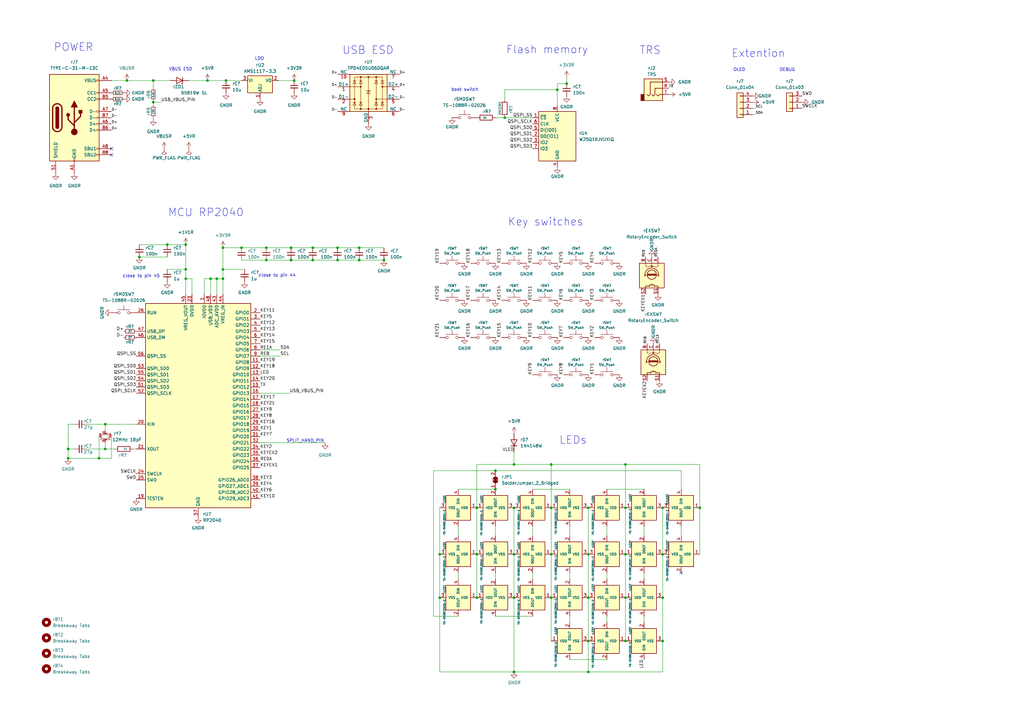
<source format=kicad_sch>
(kicad_sch (version 20231120) (generator "eeschema") (generator_version "8.0")
  (paper "A3")
  (title_block (title "Corne Right") (date "2023-10-07") (rev "4.0.0") (company "foostan"))
  (junction (at 27.94 184.15))
  (junction (at 228.6 36.83))
  (junction (at 180.34 245.11))
  (junction (at 226.06 227.33))
  (junction (at 210.82 245.11))
  (junction (at 91.44 114.3))
  (junction (at 241.3 227.33))
  (junction (at 256.54 227.33))
  (junction (at 128.27 101.6))
  (junction (at 40.64 187.96))
  (junction (at 195.58 208.28))
  (junction (at 43.18 184.15))
  (junction (at 226.06 245.11))
  (junction (at 271.78 262.89))
  (junction (at 232.41 34.29))
  (junction (at 271.78 245.11))
  (junction (at 256.54 262.89))
  (junction (at 157.48 106.68))
  (junction (at 91.44 110.49))
  (junction (at 76.2 100.33))
  (junction (at 241.3 245.11))
  (junction (at 92.71 33.02))
  (junction (at 52.07 33.02))
  (junction (at 210.82 190.5))
  (junction (at 57.15 105.41))
  (junction (at 27.94 187.96))
  (junction (at 99.06 101.6))
  (junction (at 88.9 114.3))
  (junction (at 138.43 106.68))
  (junction (at 271.78 208.28))
  (junction (at 109.22 101.6))
  (junction (at 120.65 33.02))
  (junction (at 226.06 190.5))
  (junction (at 210.82 227.33))
  (junction (at 203.2 193.04))
  (junction (at 62.865 33.02))
  (junction (at 203.2 200.66))
  (junction (at 241.3 208.28))
  (junction (at 128.27 106.68))
  (junction (at 207.01 48.26))
  (junction (at 256.54 208.28))
  (junction (at 119.38 106.68))
  (junction (at 86.36 114.3))
  (junction (at 109.22 106.68))
  (junction (at 68.58 100.33))
  (junction (at 256.54 190.5))
  (junction (at 76.2 114.3))
  (junction (at 91.44 101.6))
  (junction (at 287.02 208.28))
  (junction (at 241.3 262.89))
  (junction (at 85.09 33.02))
  (junction (at 256.54 245.11))
  (junction (at 210.82 275.59))
  (junction (at 226.06 208.28))
  (junction (at 241.3 275.59))
  (junction (at 119.38 101.6))
  (junction (at 147.32 101.6))
  (junction (at 62.865 41.91))
  (junction (at 43.18 173.99))
  (junction (at 195.58 245.11))
  (junction (at 180.34 227.33))
  (junction (at 147.32 106.68))
  (junction (at 195.58 227.33))
  (junction (at 210.82 208.28))
  (junction (at 271.78 227.33))
  (junction (at 76.2 110.49))
  (junction (at 138.43 101.6))
  (no_connect (at 45.72 63.5))
  (no_connect (at 279.4 234.95))
  (no_connect (at 45.72 60.96))
  (wire (pts (xy 91.44 101.6) (xy 99.06 101.6)))
  (wire (pts (xy 241.3 208.28) (xy 241.3 227.33)))
  (wire (pts (xy 232.41 31.75) (xy 232.41 34.29)))
  (wire (pts (xy 106.68 146.05) (xy 114.935 146.05)))
  (wire (pts (xy 138.43 101.6) (xy 147.32 101.6)))
  (wire (pts (xy 83.82 114.3) (xy 86.36 114.3)))
  (wire (pts (xy 62.865 33.02) (xy 69.85 33.02)))
  (wire (pts (xy 62.865 41.275) (xy 62.865 41.91)))
  (wire (pts (xy 85.09 33.02) (xy 92.71 33.02)))
  (wire (pts (xy 210.82 227.33) (xy 210.82 245.11)))
  (wire (pts (xy 27.94 187.96) (xy 40.64 187.96)))
  (wire (pts (xy 241.3 262.89) (xy 241.3 275.59)))
  (wire (pts (xy 210.82 190.5) (xy 195.58 190.5)))
  (wire (pts (xy 180.34 245.11) (xy 180.34 275.59)))
  (wire (pts (xy 27.94 173.99) (xy 27.94 184.15)))
  (wire (pts (xy 147.32 106.68) (xy 157.48 106.68)))
  (wire (pts (xy 138.43 106.68) (xy 147.32 106.68)))
  (wire (pts (xy 256.54 227.33) (xy 256.54 245.11)))
  (wire (pts (xy 30.48 173.99) (xy 27.94 173.99)))
  (wire (pts (xy 226.06 245.11) (xy 226.06 262.89)))
  (wire (pts (xy 264.16 234.95) (xy 264.16 237.49)))
  (wire (pts (xy 106.68 181.61) (xy 133.35 181.61)))
  (wire (pts (xy 177.8 193.04) (xy 203.2 193.04)))
  (wire (pts (xy 114.3 33.02) (xy 120.65 33.02)))
  (wire (pts (xy 271.78 275.59) (xy 241.3 275.59)))
  (wire (pts (xy 43.18 184.15) (xy 43.18 181.61)))
  (wire (pts (xy 86.36 114.3) (xy 86.36 120.65)))
  (wire (pts (xy 233.68 252.73) (xy 233.68 255.27)))
  (wire (pts (xy 248.92 215.9) (xy 248.92 219.71)))
  (wire (pts (xy 180.34 208.28) (xy 180.34 227.33)))
  (wire (pts (xy 119.38 101.6) (xy 128.27 101.6)))
  (wire (pts (xy 218.44 234.95) (xy 218.44 237.49)))
  (wire (pts (xy 109.22 106.68) (xy 119.38 106.68)))
  (wire (pts (xy 68.58 110.49) (xy 76.2 110.49)))
  (wire (pts (xy 35.56 184.15) (xy 43.18 184.15)))
  (wire (pts (xy 76.2 110.49) (xy 76.2 114.3)))
  (wire (pts (xy 210.82 275.59) (xy 241.3 275.59)))
  (wire (pts (xy 91.44 114.3) (xy 88.9 114.3)))
  (wire (pts (xy 76.2 100.33) (xy 76.2 110.49)))
  (wire (pts (xy 271.78 245.11) (xy 271.78 262.89)))
  (wire (pts (xy 91.44 120.65) (xy 91.44 114.3)))
  (wire (pts (xy 228.6 36.83) (xy 207.01 36.83)))
  (wire (pts (xy 91.44 101.6) (xy 91.44 110.49)))
  (wire (pts (xy 62.865 36.195) (xy 62.865 33.02)))
  (wire (pts (xy 279.4 193.04) (xy 279.4 200.66)))
  (wire (pts (xy 43.18 176.53) (xy 43.18 173.99)))
  (wire (pts (xy 99.06 106.68) (xy 109.22 106.68)))
  (wire (pts (xy 233.68 237.49) (xy 233.68 234.95)))
  (wire (pts (xy 233.68 200.66) (xy 218.44 200.66)))
  (wire (pts (xy 256.54 245.11) (xy 256.54 262.89)))
  (wire (pts (xy 309.88 46.99) (xy 308.61 46.99)))
  (wire (pts (xy 27.94 184.15) (xy 30.48 184.15)))
  (wire (pts (xy 287.02 208.28) (xy 287.02 227.33)))
  (wire (pts (xy 241.3 227.33) (xy 241.3 245.11)))
  (wire (pts (xy 195.58 190.5) (xy 195.58 208.28)))
  (wire (pts (xy 45.72 187.96) (xy 40.64 187.96)))
  (wire (pts (xy 207.01 48.26) (xy 218.44 48.26)))
  (wire (pts (xy 203.2 252.73) (xy 218.44 252.73)))
  (wire (pts (xy 233.68 219.71) (xy 233.68 215.9)))
  (wire (pts (xy 177.8 193.04) (xy 177.8 252.73)))
  (wire (pts (xy 218.44 219.71) (xy 218.44 215.9)))
  (wire (pts (xy 264.16 215.9) (xy 264.16 219.71)))
  (wire (pts (xy 40.64 179.07) (xy 40.64 187.96)))
  (wire (pts (xy 62.865 48.26) (xy 62.865 48.895)))
  (wire (pts (xy 86.36 114.3) (xy 88.9 114.3)))
  (wire (pts (xy 195.58 227.33) (xy 195.58 245.11)))
  (wire (pts (xy 271.78 208.28) (xy 271.78 227.33)))
  (wire (pts (xy 106.68 143.51) (xy 114.935 143.51)))
  (wire (pts (xy 57.15 105.41) (xy 68.58 105.41)))
  (wire (pts (xy 119.38 106.68) (xy 128.27 106.68)))
  (wire (pts (xy 68.58 100.33) (xy 76.2 100.33)))
  (wire (pts (xy 147.32 101.6) (xy 157.48 101.6)))
  (wire (pts (xy 91.44 110.49) (xy 91.44 114.3)))
  (wire (pts (xy 83.82 114.3) (xy 83.82 120.65)))
  (wire (pts (xy 43.18 173.99) (xy 55.88 173.99)))
  (wire (pts (xy 180.34 227.33) (xy 180.34 245.11)))
  (wire (pts (xy 210.82 208.28) (xy 210.82 227.33)))
  (wire (pts (xy 88.9 114.3) (xy 88.9 120.65)))
  (wire (pts (xy 309.88 44.45) (xy 308.61 44.45)))
  (wire (pts (xy 279.4 215.9) (xy 279.4 219.71)))
  (wire (pts (xy 54.61 184.15) (xy 55.88 184.15)))
  (wire (pts (xy 45.72 33.02) (xy 52.07 33.02)))
  (wire (pts (xy 256.54 190.5) (xy 287.02 190.5)))
  (wire (pts (xy 256.54 190.5) (xy 256.54 208.28)))
  (wire (pts (xy 128.27 101.6) (xy 138.43 101.6)))
  (wire (pts (xy 76.2 120.65) (xy 76.2 114.3)))
  (wire (pts (xy 66.04 41.91) (xy 62.865 41.91)))
  (wire (pts (xy 203.2 237.49) (xy 203.2 234.95)))
  (wire (pts (xy 45.72 179.07) (xy 45.72 187.96)))
  (wire (pts (xy 203.2 219.71) (xy 203.2 215.9)))
  (wire (pts (xy 203.2 193.04) (xy 279.4 193.04)))
  (wire (pts (xy 91.44 110.49) (xy 100.33 110.49)))
  (wire (pts (xy 241.3 245.11) (xy 241.3 262.89)))
  (wire (pts (xy 52.07 33.02) (xy 62.865 33.02)))
  (wire (pts (xy 271.78 262.89) (xy 271.78 275.59)))
  (wire (pts (xy 109.22 101.6) (xy 119.38 101.6)))
  (wire (pts (xy 256.54 208.28) (xy 256.54 227.33)))
  (wire (pts (xy 228.6 36.83) (xy 228.6 43.18)))
  (wire (pts (xy 248.92 270.51) (xy 233.68 270.51)))
  (wire (pts (xy 187.96 234.95) (xy 187.96 237.49)))
  (wire (pts (xy 287.02 190.5) (xy 287.02 208.28)))
  (wire (pts (xy 203.2 48.26) (xy 207.01 48.26)))
  (wire (pts (xy 210.82 190.5) (xy 226.06 190.5)))
  (wire (pts (xy 128.27 106.68) (xy 138.43 106.68)))
  (wire (pts (xy 195.58 208.28) (xy 195.58 227.33)))
  (wire (pts (xy 35.56 173.99) (xy 43.18 173.99)))
  (wire (pts (xy 228.6 34.29) (xy 232.41 34.29)))
  (wire (pts (xy 248.92 234.95) (xy 248.92 237.49)))
  (wire (pts (xy 203.2 200.66) (xy 187.96 200.66)))
  (wire (pts (xy 78.74 114.3) (xy 76.2 114.3)))
  (wire (pts (xy 92.71 33.02) (xy 99.06 33.02)))
  (wire (pts (xy 228.6 34.29) (xy 228.6 36.83)))
  (wire (pts (xy 271.78 227.33) (xy 271.78 245.11)))
  (wire (pts (xy 248.92 200.66) (xy 264.16 200.66)))
  (wire (pts (xy 226.06 208.28) (xy 226.06 227.33)))
  (wire (pts (xy 226.06 190.5) (xy 226.06 208.28)))
  (wire (pts (xy 210.82 185.42) (xy 210.82 190.5)))
  (wire (pts (xy 207.01 36.83) (xy 207.01 40.64)))
  (wire (pts (xy 106.68 161.29) (xy 118.745 161.29)))
  (wire (pts (xy 62.865 41.91) (xy 62.865 43.18)))
  (wire (pts (xy 99.06 101.6) (xy 109.22 101.6)))
  (wire (pts (xy 226.06 190.5) (xy 256.54 190.5)))
  (wire (pts (xy 43.18 184.15) (xy 46.99 184.15)))
  (wire (pts (xy 27.94 184.15) (xy 27.94 187.96)))
  (wire (pts (xy 57.15 100.33) (xy 68.58 100.33)))
  (wire (pts (xy 78.74 120.65) (xy 78.74 114.3)))
  (wire (pts (xy 226.06 227.33) (xy 226.06 245.11)))
  (wire (pts (xy 77.47 33.02) (xy 85.09 33.02)))
  (wire (pts (xy 180.34 275.59) (xy 210.82 275.59)))
  (wire (pts (xy 187.96 215.9) (xy 187.96 219.71)))
  (wire (pts (xy 187.96 252.73) (xy 177.8 252.73)))
  (wire (pts (xy 264.16 252.73) (xy 264.16 255.27)))
  (wire (pts (xy 210.82 245.11) (xy 210.82 275.59)))
  (wire (pts (xy 248.92 252.73) (xy 248.92 255.27)))
  (text "USB ESD" (at 140.335 22.606 0) (effects (font (size 3.175 3.175)) (justify left bottom)))
  (text "TRS" (at 262.255 22.606 0) (effects (font (size 3.175 3.175)) (justify left bottom)))
  (text "Flash memory" (at 207.518 22.352 0) (effects (font (size 3.175 3.175)) (justify left bottom)))
  (text "MCU RP2040" (at 68.834 89.154 0) (effects (font (size 3.175 3.175)) (justify left bottom)))
  (text "DEBUG" (at 319.659 29.464 0) (effects (font (size 1.27 1.27)) (justify left bottom)))
  (text "POWER\n" (at 21.971 21.336 0) (effects (font (size 3.175 3.175)) (justify left bottom)))
  (text "boot switch" (at 185.039 37.592 0) (effects (font (size 1.27 1.27)) (justify left bottom)))
  (text "LDO" (at 104.521 24.892 0) (effects (font (size 1.27 1.27)) (justify left bottom)))
  (text "Key switches" (at 208.28 92.964 0) (effects (font (size 3.175 3.175)) (justify left bottom)))
  (text "LEDs" (at 229.362 182.499 0) (effects (font (size 3.175 3.175)) (justify left bottom)))
  (text "Extention" (at 299.974 23.876 0) (effects (font (size 3.175 3.175)) (justify left bottom)))
  (text "VBUS ESD" (at 69.215 29.21 0) (effects (font (size 1.27 1.27)) (justify left bottom)))
  (text "OLED" (at 300.736 29.464 0) (effects (font (size 1.27 1.27)) (justify left bottom)))
  (text "close to pin 45" (at 50.292 114.046 0) (effects (font (size 1.27 1.27)) (justify left bottom)))
  (text "close to pin 44" (at 106.045 113.792 0) (effects (font (size 1.27 1.27)) (justify left bottom)))
  (text "SPLIT_HAND_PIN" (at 117.475 181.61 0) (effects (font (size 1.27 1.27)) (justify left bottom)))
  (label "QSPI_SCLK" (at 55.88 161.29 180))
  (label "KEYEX2" (at 265.43 156.21 270))
  (label "SWCLK" (at 55.88 194.31 180))
  (label "TX" (at 106.68 158.75 0))
  (label "SCL" (at 309.88 44.45 0) (effects (font (size 1 1))))
  (label "RE0A" (at 269.875 105.41 90) (effects (font (size 1 1))))
  (label "KEY8" (at 106.68 171.45 0))
  (label "D+" (at 163.83 35.56 0) (effects (font (size 1 1))))
  (label "KEY19" (at 180.34 107.95 90))
  (label "VLED" (at 210.82 185.42 180))
  (label "D-" (at 45.72 45.72 0) (effects (font (size 1 1))))
  (label "KEY18" (at 106.68 151.13 0))
  (label "KEY4" (at 243.84 107.95 90))
  (label "KEY6" (at 231.14 123.19 90))
  (label "RE0A" (at 106.68 189.23 0))
  (label "D-" (at 163.83 40.64 0) (effects (font (size 1 1))))
  (label "KEY14" (at 205.74 123.19 90))
  (label "KEY12" (at 218.44 107.95 90))
  (label "KEY20" (at 180.34 123.19 90))
  (label "QSPI_SD3" (at 55.88 158.75 180))
  (label "QSPI_SCLK" (at 218.44 50.8 180))
  (label "KEY16" (at 106.68 173.99 0))
  (label "QSPI_SD1" (at 218.44 55.88 180))
  (label "KEY3" (at 243.84 123.19 90))
  (label "KEY2" (at 243.84 138.43 90))
  (label "D-" (at 45.72 48.26 0) (effects (font (size 1 1))))
  (label "KEY16" (at 193.04 138.43 90))
  (label "KEY15" (at 205.74 138.43 90))
  (label "SWD" (at 55.88 196.85 180))
  (label "KEY11" (at 218.44 123.19 90))
  (label "SDA" (at 114.935 143.51 0))
  (label "KEY9" (at 106.68 168.91 0))
  (label "KEY18" (at 193.04 107.95 90))
  (label "USB_VBUS_PIN" (at 66.04 41.91 0))
  (label "D+" (at 138.43 35.56 180) (effects (font (size 1 1))))
  (label "D-" (at 163.83 45.72 0) (effects (font (size 1 1))))
  (label "QSPI_SD2" (at 218.44 58.42 180))
  (label "KEY17" (at 193.04 123.19 90))
  (label "QSPI_SD2" (at 55.88 156.21 180))
  (label "KEY13" (at 205.74 107.95 90))
  (label "KEY7" (at 106.68 179.07 0))
  (label "D+" (at 45.72 50.8 0) (effects (font (size 1 1))))
  (label "KEY10" (at 218.44 138.43 90))
  (label "KEY9" (at 218.44 153.67 90))
  (label "QSPI_SS" (at 218.44 48.26 180))
  (label "KEY5" (at 106.68 130.81 0))
  (label "REB" (at 106.68 146.05 0))
  (label "KEY1" (at 243.84 153.67 90))
  (label "SCL" (at 114.935 146.05 0))
  (label "KEY19" (at 106.68 148.59 0))
  (label "KEYEX1" (at 264.795 120.65 270))
  (label "KEY2" (at 106.68 184.15 0))
  (label "KEY12" (at 106.68 133.35 0))
  (label "QSPI_SS" (at 55.88 146.05 180))
  (label "KEY7" (at 231.14 138.43 90))
  (label "KEY4" (at 106.68 199.39 0))
  (label "QSPI_SD0" (at 218.44 53.34 180))
  (label "KEY15" (at 106.68 140.97 0))
  (label "KEY20" (at 106.68 156.21 0))
  (label "D-" (at 50.8 138.43 180))
  (label "SWD" (at 328.93 39.37 0))
  (label "KEY21" (at 180.34 138.43 90))
  (label "REB" (at 265.43 140.97 90) (effects (font (size 1 1))))
  (label "KEY17" (at 106.68 163.83 0))
  (label "RE1A" (at 270.51 140.97 90) (effects (font (size 1 1))))
  (label "KEY14" (at 106.68 138.43 0))
  (label "D+" (at 163.83 30.48 0) (effects (font (size 1 1))))
  (label "KEY1" (at 106.68 176.53 0))
  (label "LED" (at 264.16 270.51 270))
  (label "KEYEX2" (at 106.68 186.69 0))
  (label "REB" (at 264.795 105.41 90) (effects (font (size 1 1))))
  (label "KEY21" (at 106.68 166.37 0))
  (label "D-" (at 138.43 45.72 180) (effects (font (size 1 1))))
  (label "SWCLK" (at 328.93 44.45 0))
  (label "SDA" (at 309.88 46.99 0) (effects (font (size 1 1))))
  (label "KEYEX1" (at 106.68 191.77 0))
  (label "QSPI_SD3" (at 218.44 60.96 180))
  (label "D+" (at 138.43 30.48 180) (effects (font (size 1 1))))
  (label "D+" (at 50.8 135.89 180))
  (label "KEY13" (at 106.68 135.89 0))
  (label "USB_VBUS_PIN" (at 118.745 161.29 0))
  (label "KEY3" (at 106.68 196.85 0))
  (label "D+" (at 45.72 53.34 0) (effects (font (size 1 1))))
  (label "KEY11" (at 106.68 128.27 0))
  (label "KEY5" (at 231.14 107.95 90))
  (label "D-" (at 138.43 40.64 180) (effects (font (size 1 1))))
  (label "KEY10" (at 106.68 204.47 0))
  (label "KEY6" (at 106.68 201.93 0))
  (label "QSPI_SD0" (at 55.88 151.13 180))
  (label "TX" (at 274.32 36.195 0) (effects (font (size 1 1))))
  (label "RE1A" (at 106.68 143.51 0))
  (label "LED" (at 106.68 153.67 0))
  (label "KEY8" (at 231.14 153.67 90))
  (label "QSPI_SD1" (at 55.88 153.67 180))
  (symbol (lib_id "kbd:GNDR") (at 328.93 41.91 90) (unit 1)
    (property "Reference" "#PWR?" (effects (hide yes)))
    (property "Value" "GNDR" (at 332.74 41.91 90) (effects (justify right)))
  )
  (symbol (lib_id "kbd_local:YS-SK6812MINI-E") (at 233.68 245.11 90) (unit 1)
    (property "Reference" "rLED?" (at 227.965 243.205 0) (effects (font (size 0.7366 0.7366)) (justify left)))
    (property "Value" "YS-SK6812MINI-E" (at 227.965 255.905 0) (effects (font (size 0.7366 0.7366)) (justify left)))
    (property "Footprint" "kbd_local:YS-SK6812MINI-E" (effects (hide yes)))
    (property "LCSC Part #" "C5149201" (effects (hide yes)))
  )
  (symbol (lib_id "Device:C_Small") (at 33.02 184.15 270) (unit 1)
    (property "Reference" "rC?" (at 34.29 182.88 90) (effects (justify left)))
    (property "Value" "27p" (at 34.29 185.42 90) (effects (justify left)))
    (property "Footprint" "Capacitor_SMD:C_0201_0603Metric" (effects (hide yes)))
    (property "LCSC Part #" "C85899" (effects (hide yes)))
  )
  (symbol (lib_id "kbd:+3V3R") (at 120.65 33.02 0) (unit 1)
    (property "Reference" "#PWR070" (effects (hide yes)))
    (property "Value" "+3V3R" (at 120.65 27.94 0))
  )
  (symbol (lib_id "kbd:GNDR") (at 241.3 123.19 0) (unit 1)
    (property "Reference" "#PWR?" (effects (hide yes)))
    (property "Value" "GNDR" (at 241.3 127.635 0))
  )
  (symbol (lib_id "Switch:SW_Push") (at 236.22 123.19 0) (unit 1)
    (property "Reference" "rSW?" (at 236.22 117.094 0) (effects (font (size 1 1))))
    (property "Value" "SW_Push" (at 236.22 119.126 0) (effects (font (size 1 1))))
    (property "Footprint" "kbd_local:keyswitch_cherrymx_hotswap_1u" (effects (hide yes)))
  )
  (symbol (lib_name "SW_Push_1") (lib_id "Switch:SW_Push") (at 248.92 107.95 0) (unit 1)
    (property "Reference" "rSW?" (at 248.92 101.854 0) (effects (font (size 1 1))))
    (property "Value" "SW_Push" (at 248.92 103.886 0) (effects (font (size 1 1))))
    (property "Footprint" "kbd_local:keyswitch_cherrymx_hotswap_1u" (effects (hide yes)))
  )
  (symbol (lib_id "kbd:GNDR") (at 215.9 107.95 0) (unit 1)
    (property "Reference" "#PWR?" (effects (hide yes)))
    (property "Value" "GNDR" (at 215.9 112.395 0))
  )
  (symbol (lib_id "kbd:GNDR") (at 241.3 153.67 0) (unit 1)
    (property "Reference" "#PWR?" (effects (hide yes)))
    (property "Value" "GNDR" (at 241.3 158.115 0))
  )
  (symbol (lib_id "kbd_local:YS-SK6812MINI-E") (at 248.92 208.28 270) (unit 1)
    (property "Reference" "rLED?" (at 243.205 203.2 0) (effects (font (size 0.7366 0.7366)) (justify left)))
    (property "Value" "YS-SK6812MINI-E" (at 243.205 208.915 0) (effects (font (size 0.7366 0.7366)) (justify left)))
    (property "Footprint" "kbd_local:YS-SK6812MINI-E" (effects (hide yes)))
    (property "LCSC Part #" "C5149201" (effects (hide yes)))
  )
  (symbol (lib_id "kbd_local:VBUSR") (at 67.31 60.96 0) (unit 1)
    (property "Reference" "#PWR065" (effects (hide yes)))
    (property "Value" "VBUSR" (at 67.31 55.88 0))
  )
  (symbol (lib_id "kbd:GNDR") (at 267.97 140.97 180) (unit 1)
    (property "Reference" "#PWR?" (effects (hide yes)))
    (property "Value" "GNDR" (at 267.97 135.89 90))
  )
  (symbol (lib_id "kbd:GNDR") (at 215.9 123.19 0) (unit 1)
    (property "Reference" "#PWR?" (effects (hide yes)))
    (property "Value" "GNDR" (at 215.9 127.635 0))
  )
  (symbol (lib_id "Connector:USB_C_Receptacle_USB2.0") (at 30.48 48.26 0) (unit 1)
    (property "Reference" "rJ?" (at 30.48 25.4 0))
    (property "Value" "TYPE-C-31-M-13C" (at 30.48 27.94 0))
    (property "Footprint" "kbd_local:TYPE-C-31-M-13C" (effects (hide yes)))
    (property "Datasheet" "https://www.usb.org/sites/default/files/documents/usb_type-c.zip" (effects (hide yes)))
    (property "LCSC Part #" "C2848620" (effects (hide yes)))
  )
  (symbol (lib_id "kbd:GNDR") (at 22.86 71.12 0) (unit 1)
    (property "Reference" "#PWR?" (effects (hide yes)))
    (property "Value" "GNDR" (at 22.86 76.2 0))
  )
  (symbol (lib_id "kbd:GNDR") (at 81.28 212.09 0) (unit 1)
    (property "Reference" "#PWR?" (effects (hide yes)))
    (property "Value" "GNDR" (at 81.28 216.535 0))
  )
  (symbol (lib_id "Device:RotaryEncoder_Switch") (at 267.97 148.59 270) (unit 1)
    (property "Reference" "rEXSW?" (at 267.97 128.905 90))
    (property "Value" "RotaryEncoder_Switch" (at 267.97 131.445 90))
    (property "Footprint" "kbd_local:keyswitch_cherrymx_hotswap_1u_rotary_encoder_ec12" (effects (hide yes)))
  )
  (symbol (lib_id "kbd:GNDR") (at 50.8 40.64 90) (unit 1)
    (property "Reference" "#PWR?" (effects (hide yes)))
    (property "Value" "GNDR" (at 53.975 40.64 90) (effects (justify right)))
  )
  (symbol (lib_id "Switch:SW_Push") (at 236.22 107.95 0) (unit 1)
    (property "Reference" "rSW?" (at 236.22 101.854 0) (effects (font (size 1 1))))
    (property "Value" "SW_Push" (at 236.22 103.886 0) (effects (font (size 1 1))))
    (property "Footprint" "kbd_local:keyswitch_cherrymx_hotswap_1u" (effects (hide yes)))
  )
  (symbol (lib_id "kbd:GNDR") (at 190.5 107.95 0) (unit 1)
    (property "Reference" "#PWR?" (effects (hide yes)))
    (property "Value" "GNDR" (at 190.5 112.395 0))
  )
  (symbol (lib_id "kbd_local:YS-SK6812MINI-E") (at 203.2 208.28 90) (unit 1)
    (property "Reference" "rLED?" (at 197.485 206.375 0) (effects (font (size 0.7366 0.7366)) (justify left)))
    (property "Value" "YS-SK6812MINI-E" (at 197.485 219.71 0) (effects (font (size 0.7366 0.7366)) (justify left)))
    (property "Footprint" "kbd_local:YS-SK6812MINI-E" (effects (hide yes)))
    (property "LCSC Part #" "C5149201" (effects (hide yes)))
  )
  (symbol (lib_id "Switch:SW_Push") (at 198.12 138.43 0) (unit 1)
    (property "Reference" "rSW?" (at 198.12 132.334 0) (effects (font (size 1 1))))
    (property "Value" "SW_Push" (at 198.12 134.366 0) (effects (font (size 1 1))))
    (property "Footprint" "kbd_local:keyswitch_cherrymx_hotswap_1u" (effects (hide yes)))
  )
  (symbol (lib_id "kbd:+5VR") (at 210.82 177.8 0) (unit 1)
    (property "Reference" "#PWR069" (effects (hide yes)))
    (property "Value" "+5VR" (at 210.82 172.72 0))
  )
  (symbol (lib_id "kbd_local:YS-SK6812MINI-E") (at 233.68 227.33 90) (unit 1)
    (property "Reference" "rLED?" (at 227.965 225.425 0) (effects (font (size 0.7366 0.7366)) (justify left)))
    (property "Value" "YS-SK6812MINI-E" (at 227.965 238.125 0) (effects (font (size 0.7366 0.7366)) (justify left)))
    (property "Footprint" "kbd_local:YS-SK6812MINI-E" (effects (hide yes)))
    (property "LCSC Part #" "C5149201" (effects (hide yes)))
  )
  (symbol (lib_id "kbd:GNDR") (at 254 138.43 0) (unit 1)
    (property "Reference" "#PWR?" (effects (hide yes)))
    (property "Value" "GNDR" (at 254 142.875 0))
  )
  (symbol (lib_id "kbd:GNDR") (at 151.13 50.8 0) (unit 1)
    (property "Reference" "#PWR?" (effects (hide yes)))
    (property "Value" "GNDR" (at 151.13 55.88 0))
  )
  (symbol (lib_id "kbd:GNDR") (at 269.875 120.65 0) (unit 1)
    (property "Reference" "#PWR?" (effects (hide yes)))
    (property "Value" "GNDR" (at 269.875 125.095 0))
  )
  (symbol (lib_id "Switch:SW_Push") (at 210.82 138.43 0) (unit 1)
    (property "Reference" "rSW?" (at 210.82 132.334 0) (effects (font (size 1 1))))
    (property "Value" "SW_Push" (at 210.82 134.366 0) (effects (font (size 1 1))))
    (property "Footprint" "kbd_local:keyswitch_cherrymx_hotswap_1u" (effects (hide yes)))
  )
  (symbol (lib_id "Device:R_Small") (at 48.26 40.64 270) (unit 1)
    (property "Reference" "rR?" (at 48.26 42.545 90))
    (property "Value" "5.1k" (at 48.26 40.64 90) (effects (font (size 0.762 0.762))))
    (property "Footprint" "Resistor_SMD:R_0201_0603Metric" (effects (hide yes)))
    (property "LCSC Part #" "C270344" (effects (hide yes)))
  )
  (symbol (lib_id "Diode:1N4148WT") (at 210.82 181.61 90) (unit 1)
    (property "Reference" "rD?" (at 213.36 180.34 90) (effects (justify right)))
    (property "Value" "1N4148W" (at 213.36 182.88 90) (effects (justify right)))
    (property "Footprint" "Diode_SMD:D_SOD-323" (effects (hide yes)))
    (property "Datasheet" "https://www.diodes.com/assets/Datasheets/ds30396.pdf" (effects (hide yes)))
    (property "JLCPCB Part #" "C2128" (effects (hide yes)))
  )
  (symbol (lib_id "kbd:+3V3R") (at 232.41 31.75 0) (unit 1)
    (property "Reference" "#PWR071" (effects (hide yes)))
    (property "Value" "+3V3R" (at 232.41 26.67 0))
  )
  (symbol (lib_id "Device:Crystal_GND24_Small") (at 43.18 179.07 270) (unit 1)
    (property "Reference" "rY?" (at 48.26 177.8 90))
    (property "Value" "12MHz 18pF" (at 52.07 180.34 90))
    (property "Footprint" "Crystal:Crystal_SMD_3225-4Pin_3.2x2.5mm" (effects (hide yes)))
    (property "Description" "12MHz 18pF ±20ppm SMD3225-4P Crystals ROHS" (effects (hide yes)))
    (property "MFR.Part #" "Q22FA23V0041800" (effects (hide yes)))
    (property "JLCPCB Part #" "C91749" (effects (hide yes)))
  )
  (symbol (lib_id "kbd_local:YS-SK6812MINI-E") (at 248.92 245.11 270) (unit 1)
    (property "Reference" "rLED?" (at 243.205 239.395 0) (effects (font (size 0.7366 0.7366)) (justify left)))
    (property "Value" "YS-SK6812MINI-E" (at 243.205 245.745 0) (effects (font (size 0.7366 0.7366)) (justify left)))
    (property "Footprint" "kbd_local:YS-SK6812MINI-E" (effects (hide yes)))
    (property "LCSC Part #" "C5149201" (effects (hide yes)))
  )
  (symbol (lib_id "Switch:SW_Push") (at 248.92 153.67 0) (unit 1)
    (property "Reference" "rSW?" (at 248.92 147.574 0) (effects (font (size 1 1))))
    (property "Value" "SW_Push" (at 248.92 149.606 0) (effects (font (size 1 1))))
    (property "Footprint" "kbd_local:keyswitch_cherrymx_hotswap_1.5u" (effects (hide yes)))
  )
  (symbol (lib_id "kbd:GNDR") (at 215.9 138.43 0) (unit 1)
    (property "Reference" "#PWR?" (effects (hide yes)))
    (property "Value" "GNDR" (at 215.9 142.875 0))
  )
  (symbol (lib_id "kbd:GNDR") (at 185.42 48.26 0) (unit 1)
    (property "Reference" "#PWR?" (effects (hide yes)))
    (property "Value" "GNDR" (at 185.42 52.07 0))
  )
  (symbol (lib_id "Mechanical:MountingHole") (at 19.05 274.32 0) (unit 1) (in_bom no)
    (property "Reference" "rBT4" (at 21.59 273.05 0) (effects (justify left)))
    (property "Value" "Breakaway Tabs" (at 21.59 275.59 0) (effects (justify left)))
    (property "Footprint" "kbd_local:Breakaway_Tabs" (effects (hide yes)))
  )
  (symbol (lib_id "Device:C_Small") (at 57.15 102.87 0) (unit 1)
    (property "Reference" "rC?" (at 59.69 101.6 0) (effects (justify left)))
    (property "Value" "100n" (at 59.69 104.14 0) (effects (justify left)))
    (property "Footprint" "Capacitor_SMD:C_0201_0603Metric" (effects (hide yes)))
    (property "LCSC Part #" "C76939" (effects (hide yes)))
  )
  (symbol (lib_id "kbd_local:VBUSR") (at 52.07 33.02 0) (unit 1)
    (property "Reference" "#PWR066" (effects (hide yes)))
    (property "Value" "VBUSR" (at 52.07 27.94 0))
  )
  (symbol (lib_id "kbd_local:YS-SK6812MINI-E") (at 248.92 262.89 270) (unit 1)
    (property "Reference" "rLED?" (at 243.205 257.175 0) (effects (font (size 0.7366 0.7366)) (justify left)))
    (property "Value" "YS-SK6812MINI-E" (at 243.205 263.525 0) (effects (font (size 0.7366 0.7366)) (justify left)))
    (property "Footprint" "kbd_local:YS-SK6812MINI-E" (effects (hide yes)))
    (property "LCSC Part #" "C5149201" (effects (hide yes)))
  )
  (symbol (lib_id "kbd:GNDR") (at 55.88 204.47 0) (unit 1)
    (property "Reference" "#PWR?" (effects (hide yes)))
    (property "Value" "GNDR" (at 55.88 208.915 0))
  )
  (symbol (lib_id "Device:R_Small") (at 62.865 38.735 0) (unit 1)
    (property "Reference" "rR8" (at 60.96 38.735 90))
    (property "Value" "5.6k" (at 62.865 38.735 90) (effects (font (size 0.762 0.762))))
    (property "Footprint" "Resistor_SMD:R_0402_1005Metric" (effects (hide yes)))
    (property "LCSC Part #" "C25908" (effects (hide yes)))
  )
  (symbol (lib_id "Device:C_Small") (at 68.58 102.87 0) (unit 1)
    (property "Reference" "rC?" (at 71.12 101.6 0) (effects (justify left)))
    (property "Value" "100n" (at 71.12 104.14 0) (effects (justify left)))
    (property "Footprint" "Capacitor_SMD:C_0201_0603Metric" (effects (hide yes)))
    (property "LCSC Part #" "C76939" (effects (hide yes)))
  )
  (symbol (lib_id "kbd:GNDR") (at 241.3 138.43 0) (unit 1)
    (property "Reference" "#PWR?" (effects (hide yes)))
    (property "Value" "GNDR" (at 241.3 142.875 0))
  )
  (symbol (lib_id "kbd_local:YS-SK6812MINI-E") (at 233.68 208.28 90) (unit 1)
    (property "Reference" "rLED?" (at 227.965 206.375 0) (effects (font (size 0.7366 0.7366)) (justify left)))
    (property "Value" "YS-SK6812MINI-E" (at 227.965 219.075 0) (effects (font (size 0.7366 0.7366)) (justify left)))
    (property "Footprint" "kbd_local:YS-SK6812MINI-E" (effects (hide yes)))
    (property "LCSC Part #" "C5149201" (effects (hide yes)))
  )
  (symbol (lib_id "kbd_local:YS-SK6812MINI-E") (at 264.16 208.28 90) (unit 1)
    (property "Reference" "rLED?" (at 258.445 205.74 0) (effects (font (size 0.7366 0.7366)) (justify left)))
    (property "Value" "YS-SK6812MINI-E" (at 258.445 219.075 0) (effects (font (size 0.7366 0.7366)) (justify left)))
    (property "Footprint" "kbd_local:YS-SK6812MINI-E" (effects (hide yes)))
    (property "LCSC Part #" "C5149201" (effects (hide yes)))
  )
  (symbol (lib_id "kbd:GNDR") (at 254 123.19 0) (unit 1)
    (property "Reference" "#PWR?" (effects (hide yes)))
    (property "Value" "GNDR" (at 254 127.635 0))
  )
  (symbol (lib_id "Device:C_Small") (at 100.33 113.03 0) (unit 1)
    (property "Reference" "rC?" (at 102.87 111.76 0) (effects (justify left)))
    (property "Value" "1u" (at 102.87 114.3 0) (effects (justify left)))
    (property "Footprint" "Capacitor_SMD:C_0402_1005Metric" (effects (hide yes)))
    (property "LCSC Part #" "C52923" (effects (hide yes)))
  )
  (symbol (lib_id "Switch:SW_Push") (at 198.12 123.19 0) (unit 1)
    (property "Reference" "rSW?" (at 198.12 117.094 0) (effects (font (size 1 1))))
    (property "Value" "SW_Push" (at 198.12 119.126 0) (effects (font (size 1 1))))
    (property "Footprint" "kbd_local:keyswitch_cherrymx_hotswap_1u" (effects (hide yes)))
  )
  (symbol (lib_id "Device:C_Small") (at 128.27 104.14 0) (unit 1)
    (property "Reference" "rC?" (at 130.81 102.87 0) (effects (justify left)))
    (property "Value" "100n" (at 131.445 105.41 0) (effects (justify left)))
    (property "Footprint" "Capacitor_SMD:C_0201_0603Metric" (effects (hide yes)))
    (property "LCSC Part #" "C76939" (effects (hide yes)))
  )
  (symbol (lib_id "Switch:SW_Push") (at 185.42 138.43 0) (unit 1)
    (property "Reference" "rSW?" (at 185.42 132.334 0) (effects (font (size 1 1))))
    (property "Value" "SW_Push" (at 185.42 134.366 0) (effects (font (size 1 1))))
    (property "Footprint" "kbd_local:keyswitch_cherrymx_hotswap_1u" (effects (hide yes)))
  )
  (symbol (lib_id "kbd:GNDR") (at 57.15 105.41 0) (unit 1)
    (property "Reference" "#PWR?" (effects (hide yes)))
    (property "Value" "GNDR" (at 57.15 109.855 0))
  )
  (symbol (lib_id "kbd:GNDR") (at 106.68 40.64 0) (unit 1)
    (property "Reference" "#PWR?" (effects (hide yes)))
    (property "Value" "GNDR" (at 106.68 45.72 0))
  )
  (symbol (lib_id "kbd:GNDR") (at 210.82 275.59 0) (unit 1)
    (property "Reference" "#PWR?" (effects (hide yes)))
    (property "Value" "GNDR" (at 210.947 279.9842 0))
  )
  (symbol (lib_id "kbd:+1V1R") (at 76.2 100.33 0) (unit 1)
    (property "Reference" "#PWR073" (effects (hide yes)))
    (property "Value" "+1V1R" (at 76.2 95.25 0))
  )
  (symbol (lib_id "kbd:+5VR") (at 85.09 33.02 0) (unit 1)
    (property "Reference" "#PWR068" (effects (hide yes)))
    (property "Value" "+5VR" (at 85.09 27.94 0))
  )
  (symbol (lib_id "kbd:GNDR") (at 254 107.95 0) (unit 1)
    (property "Reference" "#PWR?" (effects (hide yes)))
    (property "Value" "GNDR" (at 254 112.395 0))
  )
  (symbol (lib_id "Switch:SW_Push") (at 223.52 153.67 0) (unit 1)
    (property "Reference" "rSW?" (at 223.52 147.574 0) (effects (font (size 1 1))))
    (property "Value" "SW_Push" (at 223.52 149.606 0) (effects (font (size 1 1))))
    (property "Footprint" "kbd_local:keyswitch_cherrymx_hotswap_1u" (effects (hide yes)))
  )
  (symbol (lib_id "Device:C_Small") (at 119.38 104.14 0) (unit 1)
    (property "Reference" "rC?" (at 121.92 102.87 0) (effects (justify left)))
    (property "Value" "100n" (at 121.92 105.41 0) (effects (justify left)))
    (property "Footprint" "Capacitor_SMD:C_0201_0603Metric" (effects (hide yes)))
    (property "LCSC Part #" "C76939" (effects (hide yes)))
  )
  (symbol (lib_id "Connector_Audio:AudioJack3") (at 269.24 36.195 0) (unit 1)
    (property "Reference" "rJ2" (at 267.335 27.94 0))
    (property "Value" "TRS" (at 267.335 30.48 0))
    (property "Footprint" "kbd_local:PJ-398A-5A_PJ-399B-6A" (effects (hide yes)))
    (property "JLCPCB Part #" "C128994" (effects (hide yes)))
  )
  (symbol (lib_id "kbd:+5VR") (at 274.32 38.735 270) (unit 1)
    (property "Reference" "#PWR075" (effects (hide yes)))
    (property "Value" "+5VR" (at 278.13 38.735 90) (effects (justify left)))
  )
  (symbol (lib_id "Switch:SW_Push") (at 185.42 107.95 0) (unit 1)
    (property "Reference" "rSW?" (at 185.42 101.854 0) (effects (font (size 1 1))))
    (property "Value" "SW_Push" (at 185.42 103.886 0) (effects (font (size 1 1))))
    (property "Footprint" "kbd_local:keyswitch_cherrymx_hotswap_1u" (effects (hide yes)))
  )
  (symbol (lib_id "Power_Protection:TPD4EUSB30") (at 151.13 38.1 0) (unit 1)
    (property "Reference" "rU?" (at 151.13 25.4 0))
    (property "Value" "TPD4E05U06DQAR" (at 151.13 27.94 0))
    (property "Footprint" "Package_SON:USON-10_2.5x1.0mm_P0.5mm" (effects (hide yes)))
    (property "Datasheet" "http://www.ti.com/lit/ds/symlink/tpd2eusb30a.pdf" (effects (hide yes)))
    (property "JLCPCB Part #" "C138714" (effects (hide yes)))
  )
  (symbol (lib_id "Device:C_Small") (at 33.02 173.99 270) (unit 1)
    (property "Reference" "rC?" (at 34.29 172.72 90) (effects (justify left)))
    (property "Value" "27p" (at 34.29 175.26 90) (effects (justify left)))
    (property "Footprint" "Capacitor_SMD:C_0201_0603Metric" (effects (hide yes)))
    (property "LCSC Part #" "C85899" (effects (hide yes)))
  )
  (symbol (lib_id "kbd:GNDR") (at 30.48 71.12 0) (unit 1)
    (property "Reference" "#PWR?" (effects (hide yes)))
    (property "Value" "GNDR" (at 30.48 76.2 0))
  )
  (symbol (lib_id "Device:RotaryEncoder_Switch") (at 267.335 113.03 270) (unit 1)
    (property "Reference" "rEXSW?" (at 267.335 94.615 90))
    (property "Value" "RotaryEncoder_Switch" (at 267.335 97.155 90))
    (property "Footprint" "kbd_local:keyswitch_cherrymx_hotswap_1u_rotary_encoder_ec12" (effects (hide yes)))
  )
  (symbol (lib_id "Switch:SW_Push") (at 248.92 138.43 0) (unit 1)
    (property "Reference" "rSW?" (at 248.92 132.334 0) (effects (font (size 1 1))))
    (property "Value" "SW_Push" (at 248.92 134.366 0) (effects (font (size 1 1))))
    (property "Footprint" "kbd_local:keyswitch_cherrymx_hotswap_1u" (effects (hide yes)))
  )
  (symbol (lib_id "kbd:+5VR") (at 308.61 41.91 270) (unit 1)
    (property "Reference" "#PWR075" (effects (hide yes)))
    (property "Value" "+5VR" (at 312.42 41.91 90) (effects (justify left)))
  )
  (symbol (lib_id "Device:C_Small") (at 92.71 35.56 0) (unit 1)
    (property "Reference" "rC?" (at 95.25 34.29 0) (effects (justify left)))
    (property "Value" "10u" (at 95.25 36.83 0) (effects (justify left)))
    (property "Footprint" "Capacitor_SMD:C_0805_2012Metric" (effects (hide yes)))
    (property "LCSC Part #" "C15850" (effects (hide yes)))
  )
  (symbol (lib_id "kbd:GNDR") (at 308.61 39.37 90) (unit 1)
    (property "Reference" "#PWR?" (effects (hide yes)))
    (property "Value" "GNDR" (at 313.69 39.37 90))
  )
  (symbol (lib_id "Switch:SW_Push") (at 210.82 107.95 0) (unit 1)
    (property "Reference" "rSW?" (at 210.82 101.854 0) (effects (font (size 1 1))))
    (property "Value" "SW_Push" (at 210.82 103.886 0) (effects (font (size 1 1))))
    (property "Footprint" "kbd_local:keyswitch_cherrymx_hotswap_1u" (effects (hide yes)))
  )
  (symbol (lib_id "kbd:GNDR") (at 120.65 38.1 0) (unit 1)
    (property "Reference" "#PWR?" (effects (hide yes)))
    (property "Value" "GNDR" (at 120.65 43.18 0))
  )
  (symbol (lib_id "Device:R") (at 50.8 184.15 90) (unit 1)
    (property "Reference" "rR?" (at 52.07 186.69 90) (effects (justify left)))
    (property "Value" "1k" (at 52.07 184.15 90) (effects (font (size 0.762 0.762)) (justify left)))
    (property "Footprint" "Resistor_SMD:R_0402_1005Metric" (effects (hide yes)))
    (property "LCSC Part #" "C11702" (effects (hide yes)))
  )
  (symbol (lib_id "kbd_local:YS-SK6812MINI-E") (at 279.4 208.28 270) (unit 1)
    (property "Reference" "rEXLED?" (at 273.685 202.565 0) (effects (font (size 0.7366 0.7366)) (justify left)))
    (property "Value" "YS-SK6812MINI-E" (at 273.685 208.915 0) (effects (font (size 0.7366 0.7366)) (justify left)))
    (property "Footprint" "kbd_local:YS-SK6812MINI-E" (effects (hide yes)))
    (property "LCSC Part #" "C5149201" (effects (hide yes)))
  )
  (symbol (lib_id "Device:R") (at 207.01 44.45 180) (unit 1)
    (property "Reference" "rR?" (at 209.55 43.18 90) (effects (justify left)))
    (property "Value" "DNF(10k)" (at 204.978 41.656 90) (effects (font (size 0.762 0.762)) (justify left)))
    (property "Footprint" "Resistor_SMD:R_0402_1005Metric" (effects (hide yes)))
    (property "LCSC Part #" "C25744" (effects (hide yes)))
  )
  (symbol (lib_id "kbd_local:YS-SK6812MINI-E") (at 233.68 262.89 90) (unit 1)
    (property "Reference" "rLED?" (at 227.965 260.35 0) (effects (font (size 0.7366 0.7366)) (justify left)))
    (property "Value" "YS-SK6812MINI-E" (at 227.965 273.685 0) (effects (font (size 0.7366 0.7366)) (justify left)))
    (property "Footprint" "kbd_local:YS-SK6812MINI-E" (effects (hide yes)))
    (property "LCSC Part #" "C5149201" (effects (hide yes)))
  )
  (symbol (lib_id "kbd_local:YS-SK6812MINI-E") (at 187.96 245.11 270) (unit 1)
    (property "Reference" "rLED?" (at 182.245 240.03 0) (effects (font (size 0.7366 0.7366)) (justify left)))
    (property "Value" "YS-SK6812MINI-E" (at 182.245 245.745 0) (effects (font (size 0.7366 0.7366)) (justify left)))
    (property "Footprint" "kbd_local:YS-SK6812MINI-E" (effects (hide yes)))
    (property "LCSC Part #" "C5149201" (effects (hide yes)))
  )
  (symbol (lib_id "Switch:SW_Push") (at 236.22 138.43 0) (unit 1)
    (property "Reference" "rSW?" (at 236.22 132.334 0) (effects (font (size 1 1))))
    (property "Value" "SW_Push" (at 236.22 134.366 0) (effects (font (size 1 1))))
    (property "Footprint" "kbd_local:keyswitch_cherrymx_hotswap_1u" (effects (hide yes)))
  )
  (symbol (lib_id "kbd:GNDR") (at 203.2 107.95 0) (unit 1)
    (property "Reference" "#PWR?" (effects (hide yes)))
    (property "Value" "GNDR" (at 203.2 112.395 0))
  )
  (symbol (lib_id "kbd:GNDR") (at 45.72 128.27 270) (unit 1)
    (property "Reference" "#PWR?" (effects (hide yes)))
    (property "Value" "GNDR" (at 41.91 128.27 0))
  )
  (symbol (lib_id "Switch:SW_Push") (at 50.8 128.27 0) (unit 1)
    (property "Reference" "rSMDSW?" (at 50.8 120.65 0))
    (property "Value" "TS-1088R-02026" (at 50.8 123.19 0))
    (property "Footprint" "kbd_local:TS-1088R-02026" (effects (hide yes)))
    (property "JLCPCB Part #" "C455280" (effects (hide yes)))
  )
  (symbol (lib_id "Switch:SW_Push") (at 210.82 123.19 0) (unit 1)
    (property "Reference" "rSW?" (at 210.82 117.094 0) (effects (font (size 1 1))))
    (property "Value" "SW_Push" (at 210.82 119.126 0) (effects (font (size 1 1))))
    (property "Footprint" "kbd_local:keyswitch_cherrymx_hotswap_1u" (effects (hide yes)))
  )
  (symbol (lib_id "kbd:+3V3R") (at 91.44 101.6 0) (unit 1)
    (property "Reference" "#PWR072" (effects (hide yes)))
    (property "Value" "+3V3R" (at 91.44 96.52 0))
  )
  (symbol (lib_id "kbd_local:YS-SK6812MINI-E") (at 264.16 245.11 90) (unit 1)
    (property "Reference" "rLED?" (at 258.445 242.57 0) (effects (font (size 0.7366 0.7366)) (justify left)))
    (property "Value" "YS-SK6812MINI-E" (at 258.445 255.905 0) (effects (font (size 0.7366 0.7366)) (justify left)))
    (property "Footprint" "kbd_local:YS-SK6812MINI-E" (effects (hide yes)))
    (property "LCSC Part #" "C5149201" (effects (hide yes)))
  )
  (symbol (lib_id "Device:C_Small") (at 99.06 104.14 0) (unit 1)
    (property "Reference" "rC?" (at 101.6 102.87 0) (effects (justify left)))
    (property "Value" "100n" (at 101.6 105.41 0) (effects (justify left)))
    (property "Footprint" "Capacitor_SMD:C_0201_0603Metric" (effects (hide yes)))
    (property "LCSC Part #" "C76939" (effects (hide yes)))
  )
  (symbol (lib_id "Device:C_Small") (at 232.41 36.83 0) (unit 1)
    (property "Reference" "rC?" (at 234.95 35.56 0) (effects (justify left)))
    (property "Value" "100n" (at 234.95 38.1 0) (effects (justify left)))
    (property "Footprint" "Capacitor_SMD:C_0201_0603Metric" (effects (hide yes)))
    (property "LCSC Part #" "C76939" (effects (hide yes)))
  )
  (symbol (lib_id "kbd:GNDR") (at 92.71 38.1 0) (unit 1)
    (property "Reference" "#PWR?" (effects (hide yes)))
    (property "Value" "GNDR" (at 92.71 43.18 0))
  )
  (symbol (lib_id "kbd:GNDR") (at 203.2 138.43 0) (unit 1)
    (property "Reference" "#PWR?" (effects (hide yes)))
    (property "Value" "GNDR" (at 203.2 142.875 0))
  )
  (symbol (lib_id "kbd:GNDR") (at 203.2 123.19 0) (unit 1)
    (property "Reference" "#PWR?" (effects (hide yes)))
    (property "Value" "GNDR" (at 203.2 127.635 0))
  )
  (symbol (lib_id "kbd:GNDR") (at 270.51 156.21 0) (unit 1)
    (property "Reference" "#PWR?" (effects (hide yes)))
    (property "Value" "GNDR" (at 270.51 160.655 0))
  )
  (symbol (lib_id "kbd_local:YS-SK6812MINI-E") (at 187.96 227.33 270) (unit 1)
    (property "Reference" "rLED?" (at 182.245 222.25 0) (effects (font (size 0.7366 0.7366)) (justify left)))
    (property "Value" "YS-SK6812MINI-E" (at 182.245 227.965 0) (effects (font (size 0.7366 0.7366)) (justify left)))
    (property "Footprint" "kbd_local:YS-SK6812MINI-E" (effects (hide yes)))
    (property "LCSC Part #" "C5149201" (effects (hide yes)))
  )
  (symbol (lib_id "kbd:GNDR") (at 62.865 48.895 0) (unit 1)
    (property "Reference" "#PWR?" (effects (hide yes)))
    (property "Value" "GNDR" (at 62.865 53.975 0))
  )
  (symbol (lib_id "Device:R_Small") (at 53.34 135.89 90) (unit 1)
    (property "Reference" "rR?" (at 53.34 133.985 90))
    (property "Value" "27" (at 53.34 135.89 90) (effects (font (size 0.762 0.762))))
    (property "Footprint" "Capacitor_SMD:C_0201_0603Metric" (effects (hide yes)))
    (property "LCSC Part #" "C270320" (effects (hide yes)))
  )
  (symbol (lib_id "power:PWR_FLAG") (at 67.31 60.96 180) (unit 1)
    (property "Reference" "#FLG?" (effects (hide yes)))
    (property "Value" "PWR_FLAG" (at 67.31 64.77 0))
  )
  (symbol (lib_id "Device:C_Small") (at 157.48 104.14 0) (unit 1)
    (property "Reference" "rC?" (at 160.02 102.87 0) (effects (justify left)))
    (property "Value" "100n" (at 160.02 105.41 0) (effects (justify left)))
    (property "Footprint" "Capacitor_SMD:C_0201_0603Metric" (effects (hide yes)))
    (property "LCSC Part #" "C76939" (effects (hide yes)))
  )
  (symbol (lib_id "Device:C_Small") (at 138.43 104.14 0) (unit 1)
    (property "Reference" "rC?" (at 140.97 102.87 0) (effects (justify left)))
    (property "Value" "100n" (at 140.97 105.41 0) (effects (justify left)))
    (property "Footprint" "Capacitor_SMD:C_0201_0603Metric" (effects (hide yes)))
    (property "LCSC Part #" "C76939" (effects (hide yes)))
  )
  (symbol (lib_id "Switch:SW_Push") (at 248.92 123.19 0) (unit 1)
    (property "Reference" "rSW?" (at 248.92 117.094 0) (effects (font (size 1 1))))
    (property "Value" "SW_Push" (at 248.92 119.126 0) (effects (font (size 1 1))))
    (property "Footprint" "kbd_local:keyswitch_cherrymx_hotswap_1u" (effects (hide yes)))
  )
  (symbol (lib_id "Device:R_Small") (at 53.34 138.43 270) (unit 1)
    (property "Reference" "rR?" (at 53.34 140.335 90))
    (property "Value" "27" (at 53.34 138.43 90) (effects (font (size 0.762 0.762))))
    (property "Footprint" "Capacitor_SMD:C_0201_0603Metric" (effects (hide yes)))
    (property "LCSC Part #" "C270320" (effects (hide yes)))
  )
  (symbol (lib_id "Device:C_Small") (at 147.32 104.14 0) (unit 1)
    (property "Reference" "rC?" (at 149.86 102.87 0) (effects (justify left)))
    (property "Value" "100n" (at 149.86 105.41 0) (effects (justify left)))
    (property "Footprint" "Capacitor_SMD:C_0201_0603Metric" (effects (hide yes)))
    (property "LCSC Part #" "C76939" (effects (hide yes)))
  )
  (symbol (lib_id "kbd:GNDR") (at 228.6 107.95 0) (unit 1)
    (property "Reference" "#PWR?" (effects (hide yes)))
    (property "Value" "GNDR" (at 228.6 112.395 0))
  )
  (symbol (lib_id "kbd:+5VR") (at 77.47 60.96 0) (unit 1)
    (property "Reference" "#PWR067" (effects (hide yes)))
    (property "Value" "+5VR" (at 77.47 55.88 0))
  )
  (symbol (lib_id "Switch:SW_Push") (at 185.42 123.19 0) (unit 1)
    (property "Reference" "rSW?" (at 185.42 117.094 0) (effects (font (size 1 1))))
    (property "Value" "SW_Push" (at 185.42 119.126 0) (effects (font (size 1 1))))
    (property "Footprint" "kbd_local:keyswitch_cherrymx_hotswap_1u" (effects (hide yes)))
  )
  (symbol (lib_id "kbd:GNDR") (at 190.5 123.19 0) (unit 1)
    (property "Reference" "#PWR?" (effects (hide yes)))
    (property "Value" "GNDR" (at 190.5 127.635 0))
  )
  (symbol (lib_id "kbd:GNDR") (at 274.32 33.655 90) (unit 1)
    (property "Reference" "#PWR?" (effects (hide yes)))
    (property "Value" "GNDR" (at 278.13 33.655 90) (effects (justify right)))
  )
  (symbol (lib_id "kbd_local:YS-SK6812MINI-E") (at 218.44 208.28 270) (unit 1)
    (property "Reference" "rLED?" (at 212.725 203.2 0) (effects (font (size 0.7366 0.7366)) (justify left)))
    (property "Value" "YS-SK6812MINI-E" (at 212.725 208.915 0) (effects (font (size 0.7366 0.7366)) (justify left)))
    (property "Footprint" "kbd_local:YS-SK6812MINI-E" (effects (hide yes)))
    (property "LCSC Part #" "C5149201" (effects (hide yes)))
  )
  (symbol (lib_id "kbd_local:YS-SK6812MINI-E") (at 203.2 245.11 90) (unit 1)
    (property "Reference" "rLED?" (at 197.485 243.205 0) (effects (font (size 0.7366 0.7366)) (justify left)))
    (property "Value" "YS-SK6812MINI-E" (at 197.485 255.905 0) (effects (font (size 0.7366 0.7366)) (justify left)))
    (property "Footprint" "kbd_local:YS-SK6812MINI-E" (effects (hide yes)))
    (property "LCSC Part #" "C5149201" (effects (hide yes)))
  )
  (symbol (lib_id "kbd_local:YS-SK6812MINI-E") (at 187.96 208.28 270) (unit 1)
    (property "Reference" "rLED?" (at 182.245 203.2 0) (effects (font (size 0.7366 0.7366)) (justify left)))
    (property "Value" "YS-SK6812MINI-E" (at 182.245 208.915 0) (effects (font (size 0.7366 0.7366)) (justify left)))
    (property "Footprint" "kbd_local:YS-SK6812MINI-E" (effects (hide yes)))
    (property "LCSC Part #" "C5149201" (effects (hide yes)))
  )
  (symbol (lib_id "kbd:GNDR") (at 232.41 39.37 0) (unit 1)
    (property "Reference" "#PWR?" (effects (hide yes)))
    (property "Value" "GNDR" (at 232.41 43.815 0))
  )
  (symbol (lib_id "Connector_Generic:Conn_01x04") (at 303.53 44.45 180) (unit 1) (in_bom no)
    (property "Reference" "rJ?" (at 303.53 33.274 0))
    (property "Value" "Conn_01x04" (at 303.53 35.814 0))
    (property "Footprint" "kbd_local:OLED" (effects (hide yes)))
  )
  (symbol (lib_id "Switch:SW_Push") (at 223.52 123.19 0) (unit 1)
    (property "Reference" "rSW?" (at 223.52 117.094 0) (effects (font (size 1 1))))
    (property "Value" "SW_Push" (at 223.52 119.126 0) (effects (font (size 1 1))))
    (property "Footprint" "kbd_local:keyswitch_cherrymx_hotswap_1u" (effects (hide yes)))
  )
  (symbol (lib_id "Switch:SW_Push") (at 190.5 48.26 0) (unit 1)
    (property "Reference" "rSMDSW?" (at 190.5 40.64 0))
    (property "Value" "TS-1088R-02026" (at 190.5 43.18 0))
    (property "Footprint" "kbd_local:TS-1088R-02026" (effects (hide yes)))
    (property "JLCPCB Part #" "C455280" (effects (hide yes)))
  )
  (symbol (lib_id "Memory_Flash:W25Q16JVSS") (at 228.6 55.88 0) (unit 1)
    (property "Reference" "rU4" (at 237.49 54.6099 0) (effects (justify left)))
    (property "Value" "W25Q16JVUXIQ" (at 237.49 57.1499 0) (effects (justify left)))
    (property "Footprint" "Package_SON:Winbond_USON-8-1EP_3x2mm_P0.5mm_EP0.2x1.6mm" (effects (hide yes)))
    (property "Datasheet" "https://www.lcsc.com/datasheet/lcsc_datasheet_2205122030_Winbond-Elec-W25Q16JVUXIQ_C2843335.pdf" (effects (hide yes)))
    (property "Description" "USON-8-EP(2x3) NOR FLASH ROHS" (effects (hide yes)))
    (property "JLCPCB Part #" "C2843335" (effects (hide yes)))
  )
  (symbol (lib_id "Mechanical:MountingHole") (at 19.05 267.97 0) (unit 1) (in_bom no)
    (property "Reference" "rBT3" (at 21.59 266.7 0) (effects (justify left)))
    (property "Value" "Breakaway Tabs" (at 21.59 269.24 0) (effects (justify left)))
    (property "Footprint" "kbd_local:Breakaway_Tabs" (effects (hide yes)))
  )
  (symbol (lib_id "kbd:GNDR") (at 241.3 107.95 0) (unit 1)
    (property "Reference" "#PWR?" (effects (hide yes)))
    (property "Value" "GNDR" (at 241.3 112.395 0))
  )
  (symbol (lib_id "Switch:SW_Push") (at 198.12 107.95 0) (unit 1)
    (property "Reference" "rSW?" (at 198.12 101.854 0) (effects (font (size 1 1))))
    (property "Value" "SW_Push" (at 198.12 103.886 0) (effects (font (size 1 1))))
    (property "Footprint" "kbd_local:keyswitch_cherrymx_hotswap_1u" (effects (hide yes)))
  )
  (symbol (lib_id "Switch:SW_Push") (at 236.22 153.67 0) (unit 1)
    (property "Reference" "rSW?" (at 236.22 147.574 0) (effects (font (size 1 1))))
    (property "Value" "SW_Push" (at 236.22 149.606 0) (effects (font (size 1 1))))
    (property "Footprint" "kbd_local:keyswitch_cherrymx_hotswap_1u" (effects (hide yes)))
  )
  (symbol (lib_id "Device:C_Small") (at 120.65 35.56 0) (unit 1)
    (property "Reference" "rC?" (at 123.19 34.29 0) (effects (justify left)))
    (property "Value" "10u" (at 123.19 36.83 0) (effects (justify left)))
    (property "Footprint" "Capacitor_SMD:C_0805_2012Metric" (effects (hide yes)))
    (property "LCSC Part #" "C15850" (effects (hide yes)))
  )
  (symbol (lib_id "kbd_local:YS-SK6812MINI-E") (at 264.16 227.33 90) (unit 1)
    (property "Reference" "rLED?" (at 258.445 224.79 0) (effects (font (size 0.7366 0.7366)) (justify left)))
    (property "Value" "YS-SK6812MINI-E" (at 258.445 238.125 0) (effects (font (size 0.7366 0.7366)) (justify left)))
    (property "Footprint" "kbd_local:YS-SK6812MINI-E" (effects (hide yes)))
    (property "LCSC Part #" "C5149201" (effects (hide yes)))
  )
  (symbol (lib_id "kbd_local:YS-SK6812MINI-E") (at 264.16 262.89 90) (unit 1)
    (property "Reference" "rLED?" (at 258.445 260.35 0) (effects (font (size 0.7366 0.7366)) (justify left)))
    (property "Value" "YS-SK6812MINI-E" (at 258.445 273.685 0) (effects (font (size 0.7366 0.7366)) (justify left)))
    (property "Footprint" "kbd_local:YS-SK6812MINI-E" (effects (hide yes)))
    (property "LCSC Part #" "C5149201" (effects (hide yes)))
  )
  (symbol (lib_id "kbd_local:YS-SK6812MINI-E") (at 203.2 227.33 90) (unit 1)
    (property "Reference" "rLED?" (at 197.485 225.425 0) (effects (font (size 0.7366 0.7366)) (justify left)))
    (property "Value" "YS-SK6812MINI-E" (at 197.485 238.125 0) (effects (font (size 0.7366 0.7366)) (justify left)))
    (property "Footprint" "kbd_local:YS-SK6812MINI-E" (effects (hide yes)))
    (property "LCSC Part #" "C5149201" (effects (hide yes)))
  )
  (symbol (lib_id "power:PWR_FLAG") (at 77.47 60.96 180) (unit 1)
    (property "Reference" "#FLG?" (effects (hide yes)))
    (property "Value" "PWR_FLAG" (at 77.47 64.77 0))
  )
  (symbol (lib_id "kbd:GNDR") (at 228.6 153.67 0) (unit 1)
    (property "Reference" "#PWR?" (effects (hide yes)))
    (property "Value" "GNDR" (at 228.6 158.115 0))
  )
  (symbol (lib_id "Jumper:SolderJumper_2_Bridged") (at 203.2 196.85 90) (unit 1) (in_bom no)
    (property "Reference" "rJP1" (at 205.74 195.58 90) (effects (justify right)))
    (property "Value" "SolderJumper_2_Bridged" (at 205.74 198.12 90) (effects (justify right)))
    (property "Footprint" "Jumper:SolderJumper-2_P1.3mm_Open_RoundedPad1.0x1.5mm" (effects (hide yes)))
  )
  (symbol (lib_id "Connector_Generic:Conn_01x03") (at 323.85 41.91 180) (unit 1) (in_bom no)
    (property "Reference" "rJ?" (at 323.85 33.274 0))
    (property "Value" "Conn_01x03" (at 323.85 35.814 0))
    (property "Footprint" "Connector_PinHeader_2.54mm:PinHeader_1x03_P2.54mm_Vertical" (effects (hide yes)))
  )
  (symbol (lib_id "kbd:GNDR") (at 27.94 187.96 0) (unit 1)
    (property "Reference" "#PWR?" (effects (hide yes)))
    (property "Value" "GNDR" (at 27.94 192.405 0))
  )
  (symbol (lib_id "Switch:SW_Push") (at 223.52 138.43 0) (unit 1)
    (property "Reference" "rSW?" (at 223.52 132.334 0) (effects (font (size 1 1))))
    (property "Value" "SW_Push" (at 223.52 134.366 0) (effects (font (size 1 1))))
    (property "Footprint" "kbd_local:keyswitch_cherrymx_hotswap_1u" (effects (hide yes)))
  )
  (symbol (lib_id "Switch:SW_Push") (at 223.52 107.95 0) (unit 1)
    (property "Reference" "rSW?" (at 223.52 101.854 0) (effects (font (size 1 1))))
    (property "Value" "SW_Push" (at 223.52 103.886 0) (effects (font (size 1 1))))
    (property "Footprint" "kbd_local:keyswitch_cherrymx_hotswap_1u" (effects (hide yes)))
  )
  (symbol (lib_id "Mechanical:MountingHole") (at 19.05 255.27 0) (unit 1) (in_bom no)
    (property "Reference" "rBT1" (at 21.59 254 0) (effects (justify left)))
    (property "Value" "Breakaway Tabs" (at 21.59 256.54 0) (effects (justify left)))
    (property "Footprint" "kbd_local:Breakaway_Tabs" (effects (hide yes)))
  )
  (symbol (lib_id "kbd:GNDR") (at 228.6 138.43 0) (unit 1)
    (property "Reference" "#PWR?" (effects (hide yes)))
    (property "Value" "GNDR" (at 228.6 142.875 0))
  )
  (symbol (lib_id "kbd:GNDR") (at 254 153.67 0) (unit 1)
    (property "Reference" "#PWR?" (effects (hide yes)))
    (property "Value" "GNDR" (at 254 158.115 0))
  )
  (symbol (lib_id "MCU_RaspberryPi:RP2040") (at 81.28 166.37 0) (unit 1)
    (property "Reference" "rU?" (at 83.2359 210.82 0) (effects (justify left)))
    (property "Value" "RP2040" (at 83.2359 213.36 0) (effects (justify left)))
    (property "Footprint" "Package_DFN_QFN:QFN-56-1EP_7x7mm_P0.4mm_EP3.2x3.2mm" (effects (hide yes)))
    (property "Datasheet" "https://datasheets.raspberrypi.com/rp2040/rp2040-datasheet.pdf" (effects (hide yes)))
    (property "JLCPCB Part #" "C2040" (effects (hide yes)))
  )
  (symbol (lib_id "kbd:GNDR") (at 133.35 181.61 0) (unit 1)
    (property "Reference" "#PWR076" (effects (hide yes)))
    (property "Value" "GNDR" (at 133.35 186.69 0))
  )
  (symbol (lib_id "kbd:GNDR") (at 68.58 115.57 0) (unit 1)
    (property "Reference" "#PWR?" (effects (hide yes)))
    (property "Value" "GNDR" (at 68.58 120.015 0))
  )
  (symbol (lib_id "Device:C_Small") (at 109.22 104.14 0) (unit 1)
    (property "Reference" "rC?" (at 111.76 102.87 0) (effects (justify left)))
    (property "Value" "100n" (at 111.76 105.41 0) (effects (justify left)))
    (property "Footprint" "Capacitor_SMD:C_0201_0603Metric" (effects (hide yes)))
    (property "LCSC Part #" "C76939" (effects (hide yes)))
  )
  (symbol (lib_id "kbd:GNDR") (at 267.335 105.41 180) (unit 1)
    (property "Reference" "#PWR?" (effects (hide yes)))
    (property "Value" "GNDR" (at 267.335 100.33 90))
  )
  (symbol (lib_id "kbd_local:YS-SK6812MINI-E") (at 248.92 227.33 270) (unit 1)
    (property "Reference" "rLED?" (at 243.205 221.615 0) (effects (font (size 0.7366 0.7366)) (justify left)))
    (property "Value" "YS-SK6812MINI-E" (at 243.205 227.965 0) (effects (font (size 0.7366 0.7366)) (justify left)))
    (property "Footprint" "kbd_local:YS-SK6812MINI-E" (effects (hide yes)))
    (property "LCSC Part #" "C5149201" (effects (hide yes)))
  )
  (symbol (lib_id "Diode:ESD5Zxx") (at 73.66 33.02 180) (unit 1)
    (property "Reference" "rZD1" (at 75.565 35.56 0) (effects (justify left)))
    (property "Value" "B5819W SL" (at 85.09 38.1 0) (effects (justify left)))
    (property "Footprint" "Diode_SMD:D_SOD-123" (effects (hide yes)))
    (property "JLCPCB Part #" "C8598" (effects (hide yes)))
  )
  (symbol (lib_id "kbd_local:YS-SK6812MINI-E") (at 218.44 245.11 270) (unit 1)
    (property "Reference" "rLED?" (at 212.725 240.03 0) (effects (font (size 0.7366 0.7366)) (justify left)))
    (property "Value" "YS-SK6812MINI-E" (at 212.725 245.745 0) (effects (font (size 0.7366 0.7366)) (justify left)))
    (property "Footprint" "kbd_local:YS-SK6812MINI-E" (effects (hide yes)))
    (property "LCSC Part #" "C5149201" (effects (hide yes)))
  )
  (symbol (lib_id "kbd:GNDR") (at 50.8 38.1 90) (unit 1)
    (property "Reference" "#PWR?" (effects (hide yes)))
    (property "Value" "GNDR" (at 53.975 38.1 90) (effects (justify right)))
  )
  (symbol (lib_id "kbd:GNDR") (at 100.33 115.57 0) (unit 1)
    (property "Reference" "#PWR?" (effects (hide yes)))
    (property "Value" "GNDR" (at 100.33 120.015 0))
  )
  (symbol (lib_id "kbd_local:YS-SK6812MINI-E") (at 279.4 227.33 270) (unit 1)
    (property "Reference" "rEXLED?" (at 273.685 221.615 0) (effects (font (size 0.7366 0.7366)) (justify left)))
    (property "Value" "YS-SK6812MINI-E" (at 273.685 227.965 0) (effects (font (size 0.7366 0.7366)) (justify left)))
    (property "Footprint" "kbd_local:YS-SK6812MINI-E" (effects (hide yes)))
    (property "LCSC Part #" "C5149201" (effects (hide yes)))
  )
  (symbol (lib_id "Device:R_Small") (at 62.865 45.72 0) (unit 1)
    (property "Reference" "rR9" (at 60.96 45.72 90))
    (property "Value" "10K" (at 62.865 45.72 90) (effects (font (size 0.762 0.762))))
    (property "Footprint" "Resistor_SMD:R_0402_1005Metric" (effects (hide yes)))
    (property "LCSC Part #" "C25744" (effects (hide yes)))
  )
  (symbol (lib_id "kbd:GNDR") (at 228.6 123.19 0) (unit 1)
    (property "Reference" "#PWR?" (effects (hide yes)))
    (property "Value" "GNDR" (at 228.6 127.635 0))
  )
  (symbol (lib_id "Device:R_Small") (at 48.26 38.1 270) (unit 1)
    (property "Reference" "rR?" (at 48.26 36.195 90))
    (property "Value" "5.1k" (at 48.26 38.1 90) (effects (font (size 0.762 0.762))))
    (property "Footprint" "Resistor_SMD:R_0201_0603Metric" (effects (hide yes)))
    (property "LCSC Part #" "C270344" (effects (hide yes)))
  )
  (symbol (lib_id "kbd:GNDR") (at 228.6 68.58 0) (unit 1)
    (property "Reference" "#PWR?" (effects (hide yes)))
    (property "Value" "GNDR" (at 228.6 72.39 0))
  )
  (symbol (lib_id "kbd:GNDR") (at 190.5 138.43 0) (unit 1)
    (property "Reference" "#PWR?" (effects (hide yes)))
    (property "Value" "GNDR" (at 190.5 142.875 0))
  )
  (symbol (lib_id "kbd:GNDR") (at 157.48 106.68 0) (unit 1)
    (property "Reference" "#PWR?" (effects (hide yes)))
    (property "Value" "GNDR" (at 157.48 111.125 0))
  )
  (symbol (lib_id "Regulator_Linear:LM317L_SOT-89") (at 106.68 33.02 0) (unit 1)
    (property "Reference" "rU2" (at 106.68 26.67 0))
    (property "Value" "AMS1117-3.3" (at 106.68 29.21 0))
    (property "Footprint" "Package_TO_SOT_SMD:SOT-89-3" (effects (hide yes)))
    (property "Datasheet" "https://www.lcsc.com/datasheet/lcsc_datasheet_2409141623_UMW-Youtai-Semiconductor-Co---Ltd--AMS1117-3-3_C347256.pdf" (effects (hide yes)))
    (property "Description" "1A 60dB@(120Hz) Fixed 3.3V Positive electrode 12V SOT-89 Voltage Regulators - Linear, Low Drop Out (LDO) Regulators ROHS" (effects (hide yes)))
    (property "JLCPCB Part #" "C347256" (effects (hide yes)))
  )
  (symbol (lib_id "Device:C_Small") (at 68.58 113.03 0) (unit 1)
    (property "Reference" "rC?" (at 71.12 111.76 0) (effects (justify left)))
    (property "Value" "1u" (at 71.12 114.3 0) (effects (justify left)))
    (property "Footprint" "Capacitor_SMD:C_0402_1005Metric" (effects (hide yes)))
    (property "LCSC Part #" "C52923" (effects (hide yes)))
  )
  (symbol (lib_id "Device:R") (at 199.39 48.26 270) (unit 1)
    (property "Reference" "rR?" (at 198.12 45.72 90) (effects (justify left)))
    (property "Value" "1k" (at 198.12 48.26 90) (effects (font (size 0.762 0.762)) (justify left)))
    (property "Footprint" "Resistor_SMD:R_0402_1005Metric" (effects (hide yes)))
    (property "LCSC Part #" "C11702" (effects (hide yes)))
  )
  (symbol (lib_id "kbd_local:YS-SK6812MINI-E") (at 218.44 227.33 270) (unit 1)
    (property "Reference" "rLED?" (at 212.725 222.25 0) (effects (font (size 0.7366 0.7366)) (justify left)))
    (property "Value" "YS-SK6812MINI-E" (at 212.725 227.965 0) (effects (font (size 0.7366 0.7366)) (justify left)))
    (property "Footprint" "kbd_local:YS-SK6812MINI-E" (effects (hide yes)))
    (property "LCSC Part #" "C5149201" (effects (hide yes)))
  )
  (symbol (lib_id "Mechanical:MountingHole") (at 19.05 261.62 0) (unit 1) (in_bom no)
    (property "Reference" "rBT2" (at 21.59 260.35 0) (effects (justify left)))
    (property "Value" "Breakaway Tabs" (at 21.59 262.89 0) (effects (justify left)))
    (property "Footprint" "kbd_local:Breakaway_Tabs" (effects (hide yes)))
  )
)
</source>
